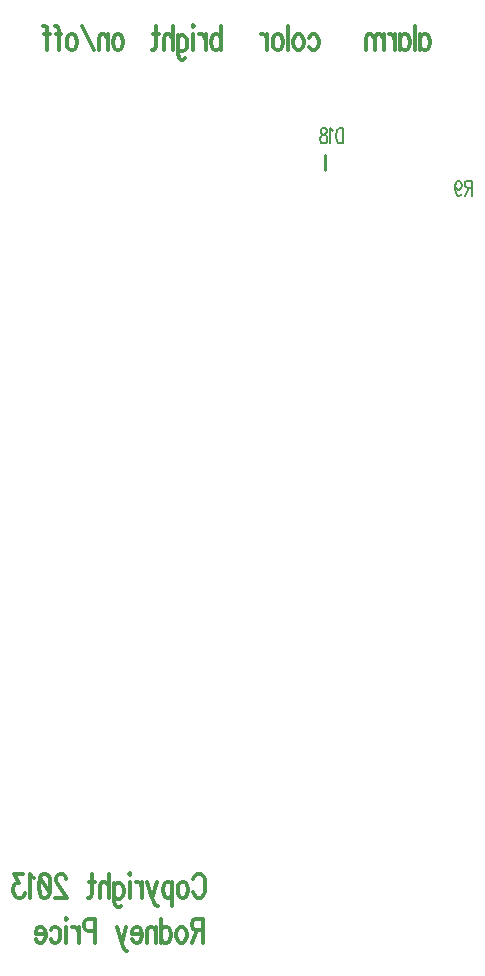
<source format=gbr>
G04 DipTrace 2.3.0.3*
%INBottomSilk.gbr*%
%MOIN*%
%ADD10C,0.0098*%
%ADD73C,0.0077*%
%ADD74C,0.0124*%
%FSLAX44Y44*%
G04*
G70*
G90*
G75*
G01*
%LNBotSilk*%
%LPD*%
X16813Y32193D2*
D10*
Y31681D1*
X16291Y36095D2*
D74*
X16344Y36171D1*
X16398Y36209D1*
X16478D1*
X16532Y36171D1*
X16585Y36095D1*
X16612Y35980D1*
Y35904D1*
X16585Y35789D1*
X16532Y35712D1*
X16478Y35674D1*
X16398D1*
X16344Y35712D1*
X16291Y35789D1*
X15984Y36209D2*
X16037Y36171D1*
X16091Y36095D1*
X16118Y35980D1*
Y35904D1*
X16091Y35789D1*
X16037Y35712D1*
X15984Y35674D1*
X15903D1*
X15850Y35712D1*
X15796Y35789D1*
X15769Y35904D1*
Y35980D1*
X15796Y36095D1*
X15850Y36171D1*
X15903Y36209D1*
X15984D1*
X15596Y36477D2*
Y35674D1*
X15290Y36209D2*
X15343Y36171D1*
X15397Y36095D1*
X15423Y35980D1*
Y35904D1*
X15397Y35789D1*
X15343Y35712D1*
X15290Y35674D1*
X15209D1*
X15155Y35712D1*
X15102Y35789D1*
X15075Y35904D1*
Y35980D1*
X15102Y36095D1*
X15155Y36171D1*
X15209Y36209D1*
X15290D1*
X14902D2*
Y35674D1*
Y35980D2*
X14875Y36095D1*
X14821Y36171D1*
X14767Y36209D1*
X14687D1*
X9963D2*
X10016Y36171D1*
X10070Y36095D1*
X10097Y35980D1*
Y35904D1*
X10070Y35789D1*
X10016Y35712D1*
X9963Y35674D1*
X9883D1*
X9829Y35712D1*
X9775Y35789D1*
X9748Y35904D1*
Y35980D1*
X9775Y36095D1*
X9829Y36171D1*
X9883Y36209D1*
X9963D1*
X9575D2*
Y35674D1*
Y36056D2*
X9495Y36171D1*
X9441Y36209D1*
X9361D1*
X9307Y36171D1*
X9281Y36056D1*
Y35674D1*
X9108D2*
X8733Y36477D1*
X8426Y36209D2*
X8479Y36171D1*
X8533Y36095D1*
X8560Y35980D1*
Y35904D1*
X8533Y35789D1*
X8479Y35712D1*
X8426Y35674D1*
X8346D1*
X8292Y35712D1*
X8238Y35789D1*
X8211Y35904D1*
Y35980D1*
X8238Y36095D1*
X8292Y36171D1*
X8346Y36209D1*
X8426D1*
X7824Y36477D2*
X7877D1*
X7931Y36439D1*
X7958Y36324D1*
Y35674D1*
X8038Y36209D2*
X7851D1*
X7437Y36477D2*
X7490D1*
X7544Y36439D1*
X7571Y36324D1*
Y35674D1*
X7651Y36209D2*
X7464D1*
X13347Y36477D2*
Y35674D1*
Y36095D2*
X13293Y36171D1*
X13240Y36209D1*
X13159D1*
X13106Y36171D1*
X13052Y36095D1*
X13025Y35980D1*
Y35904D1*
X13052Y35789D1*
X13106Y35712D1*
X13159Y35674D1*
X13240D1*
X13293Y35712D1*
X13347Y35789D1*
X12852Y36209D2*
Y35674D1*
Y35980D2*
X12825Y36095D1*
X12772Y36171D1*
X12718Y36209D1*
X12638D1*
X12465Y36477D2*
X12438Y36439D1*
X12411Y36477D1*
X12438Y36516D1*
X12465Y36477D1*
X12438Y36209D2*
Y35674D1*
X11917Y36171D2*
Y35559D1*
X11943Y35445D1*
X11970Y35406D1*
X12024Y35368D1*
X12104D1*
X12157Y35406D1*
X11917Y36056D2*
X11970Y36133D1*
X12024Y36171D1*
X12104D1*
X12157Y36133D1*
X12211Y36056D1*
X12238Y35942D1*
Y35865D1*
X12211Y35751D1*
X12157Y35674D1*
X12104Y35636D1*
X12024D1*
X11970Y35674D1*
X11917Y35751D1*
X11744Y36477D2*
Y35674D1*
Y36056D2*
X11663Y36171D1*
X11609Y36209D1*
X11529D1*
X11476Y36171D1*
X11449Y36056D1*
Y35674D1*
X11196Y36477D2*
Y35827D1*
X11169Y35712D1*
X11115Y35674D1*
X11062D1*
X11276Y36209D2*
X11089D1*
X20005D2*
Y35674D1*
Y36095D2*
X20058Y36171D1*
X20112Y36209D1*
X20192D1*
X20245Y36171D1*
X20299Y36095D1*
X20326Y35980D1*
Y35904D1*
X20299Y35789D1*
X20245Y35712D1*
X20192Y35674D1*
X20112D1*
X20058Y35712D1*
X20005Y35789D1*
X19832Y36477D2*
Y35674D1*
X19338Y36209D2*
Y35674D1*
Y36095D2*
X19391Y36171D1*
X19445Y36209D1*
X19525D1*
X19578Y36171D1*
X19632Y36095D1*
X19659Y35980D1*
Y35904D1*
X19632Y35789D1*
X19578Y35712D1*
X19525Y35674D1*
X19445D1*
X19391Y35712D1*
X19338Y35789D1*
X19165Y36209D2*
Y35674D1*
Y35980D2*
X19137Y36095D1*
X19084Y36171D1*
X19030Y36209D1*
X18950D1*
X18777D2*
Y35674D1*
Y36056D2*
X18696Y36171D1*
X18643Y36209D1*
X18563D1*
X18509Y36171D1*
X18482Y36056D1*
Y35674D1*
Y36056D2*
X18402Y36171D1*
X18348Y36209D1*
X18268D1*
X18214Y36171D1*
X18187Y36056D1*
Y35674D1*
X12434Y8036D2*
X12460Y8112D1*
X12514Y8189D1*
X12567Y8227D1*
X12675D1*
X12728Y8189D1*
X12782Y8112D1*
X12809Y8036D1*
X12835Y7921D1*
Y7730D1*
X12809Y7615D1*
X12782Y7539D1*
X12728Y7462D1*
X12675Y7424D1*
X12567D1*
X12514Y7462D1*
X12460Y7539D1*
X12434Y7615D1*
X12127Y7959D2*
X12180Y7921D1*
X12234Y7845D1*
X12261Y7730D1*
Y7654D1*
X12234Y7539D1*
X12180Y7462D1*
X12127Y7424D1*
X12047D1*
X11993Y7462D1*
X11940Y7539D1*
X11912Y7654D1*
Y7730D1*
X11940Y7845D1*
X11993Y7921D1*
X12047Y7959D1*
X12127D1*
X11739D2*
Y7156D1*
Y7845D2*
X11686Y7921D1*
X11632Y7959D1*
X11552D1*
X11498Y7921D1*
X11445Y7845D1*
X11418Y7730D1*
Y7653D1*
X11445Y7539D1*
X11498Y7462D1*
X11552Y7424D1*
X11632D1*
X11686Y7462D1*
X11739Y7539D1*
X11217Y7959D2*
X11057Y7424D1*
X11110Y7271D1*
X11164Y7194D1*
X11217Y7156D1*
X11245D1*
X10896Y7959D2*
X11057Y7424D1*
X10723Y7959D2*
Y7424D1*
Y7730D2*
X10696Y7845D1*
X10643Y7921D1*
X10589Y7959D1*
X10508D1*
X10335Y8227D2*
X10309Y8189D1*
X10282Y8227D1*
X10309Y8266D1*
X10335Y8227D1*
X10309Y7959D2*
Y7424D1*
X9787Y7921D2*
Y7309D1*
X9814Y7195D1*
X9841Y7156D1*
X9894Y7118D1*
X9975D1*
X10028Y7156D1*
X9787Y7806D2*
X9841Y7883D1*
X9894Y7921D1*
X9975D1*
X10028Y7883D1*
X10082Y7806D1*
X10109Y7692D1*
Y7615D1*
X10082Y7501D1*
X10028Y7424D1*
X9975Y7386D1*
X9894D1*
X9841Y7424D1*
X9787Y7501D1*
X9614Y8227D2*
Y7424D1*
Y7806D2*
X9534Y7921D1*
X9480Y7959D1*
X9400D1*
X9346Y7921D1*
X9320Y7806D1*
Y7424D1*
X9066Y8227D2*
Y7577D1*
X9040Y7462D1*
X8986Y7424D1*
X8933D1*
X9147Y7959D2*
X8959D1*
X8188Y8036D2*
Y8074D1*
X8162Y8150D1*
X8135Y8189D1*
X8081Y8227D1*
X7974D1*
X7921Y8189D1*
X7894Y8150D1*
X7867Y8074D1*
Y7998D1*
X7894Y7921D1*
X7947Y7806D1*
X8215Y7424D1*
X7840D1*
X7506Y8227D2*
X7587Y8189D1*
X7641Y8074D1*
X7667Y7883D1*
Y7768D1*
X7641Y7577D1*
X7587Y7462D1*
X7506Y7424D1*
X7453D1*
X7373Y7462D1*
X7320Y7577D1*
X7292Y7768D1*
Y7883D1*
X7320Y8074D1*
X7373Y8189D1*
X7453Y8227D1*
X7506D1*
X7320Y8074D2*
X7641Y7577D1*
X7119Y8074D2*
X7066Y8112D1*
X6985Y8227D1*
Y7424D1*
X6758Y8227D2*
X6464D1*
X6625Y7921D1*
X6544D1*
X6491Y7883D1*
X6464Y7845D1*
X6437Y7730D1*
Y7654D1*
X6464Y7539D1*
X6517Y7462D1*
X6598Y7424D1*
X6678D1*
X6758Y7462D1*
X6785Y7501D1*
X6812Y7577D1*
X12757Y6345D2*
X12516D1*
X12436Y6383D1*
X12408Y6421D1*
X12382Y6498D1*
Y6574D1*
X12408Y6650D1*
X12436Y6689D1*
X12516Y6727D1*
X12757D1*
Y5924D1*
X12569Y6345D2*
X12382Y5924D1*
X12075Y6459D2*
X12128Y6421D1*
X12182Y6345D1*
X12209Y6230D1*
Y6154D1*
X12182Y6039D1*
X12128Y5962D1*
X12075Y5924D1*
X11995D1*
X11941Y5962D1*
X11887Y6039D1*
X11860Y6154D1*
Y6230D1*
X11887Y6345D1*
X11941Y6421D1*
X11995Y6459D1*
X12075D1*
X11366Y6727D2*
Y5924D1*
Y6345D2*
X11419Y6421D1*
X11473Y6459D1*
X11554D1*
X11607Y6421D1*
X11661Y6345D1*
X11687Y6230D1*
Y6154D1*
X11661Y6039D1*
X11607Y5962D1*
X11554Y5924D1*
X11473D1*
X11419Y5962D1*
X11366Y6039D1*
X11193Y6459D2*
Y5924D1*
Y6306D2*
X11113Y6421D1*
X11059Y6459D1*
X10979D1*
X10925Y6421D1*
X10898Y6306D1*
Y5924D1*
X10726Y6230D2*
X10404D1*
Y6306D1*
X10431Y6383D1*
X10458Y6421D1*
X10511Y6459D1*
X10592D1*
X10645Y6421D1*
X10699Y6345D1*
X10726Y6230D1*
Y6154D1*
X10699Y6039D1*
X10645Y5962D1*
X10592Y5924D1*
X10511D1*
X10458Y5962D1*
X10404Y6039D1*
X10204Y6459D2*
X10044Y5924D1*
X10097Y5771D1*
X10151Y5694D1*
X10204Y5656D1*
X10231D1*
X9883Y6459D2*
X10044Y5924D1*
X9166Y6306D2*
X8924D1*
X8844Y6345D1*
X8817Y6383D1*
X8791Y6459D1*
Y6574D1*
X8817Y6650D1*
X8844Y6689D1*
X8924Y6727D1*
X9166D1*
Y5924D1*
X8618Y6459D2*
Y5924D1*
Y6230D2*
X8590Y6345D1*
X8537Y6421D1*
X8483Y6459D1*
X8403D1*
X8230Y6727D2*
X8203Y6689D1*
X8176Y6727D1*
X8203Y6766D1*
X8230Y6727D1*
X8203Y6459D2*
Y5924D1*
X7681Y6345D2*
X7735Y6421D1*
X7789Y6459D1*
X7869D1*
X7923Y6421D1*
X7976Y6345D1*
X8003Y6230D1*
Y6154D1*
X7976Y6039D1*
X7923Y5962D1*
X7869Y5924D1*
X7789D1*
X7735Y5962D1*
X7681Y6039D1*
X7508Y6230D2*
X7187D1*
Y6306D1*
X7214Y6383D1*
X7240Y6421D1*
X7294Y6459D1*
X7375D1*
X7428Y6421D1*
X7482Y6345D1*
X7508Y6230D1*
Y6154D1*
X7482Y6039D1*
X7428Y5962D1*
X7375Y5924D1*
X7294D1*
X7240Y5962D1*
X7187Y6039D1*
X17432Y33079D2*
D73*
Y32577D1*
X17315D1*
X17265Y32601D1*
X17231Y32649D1*
X17215Y32697D1*
X17198Y32768D1*
Y32888D1*
X17215Y32960D1*
X17231Y33007D1*
X17265Y33055D1*
X17315Y33079D1*
X17432D1*
X17090Y32983D2*
X17056Y33007D1*
X17006Y33079D1*
Y32577D1*
X16814Y33079D2*
X16864Y33055D1*
X16881Y33007D1*
Y32959D1*
X16864Y32912D1*
X16831Y32887D1*
X16764Y32864D1*
X16714Y32840D1*
X16680Y32792D1*
X16664Y32744D1*
Y32672D1*
X16680Y32625D1*
X16697Y32601D1*
X16747Y32577D1*
X16814D1*
X16864Y32601D1*
X16881Y32625D1*
X16898Y32672D1*
Y32744D1*
X16881Y32792D1*
X16848Y32840D1*
X16798Y32864D1*
X16731Y32887D1*
X16697Y32912D1*
X16680Y32959D1*
Y33007D1*
X16697Y33055D1*
X16747Y33079D1*
X16814D1*
X21724Y31090D2*
X21574D1*
X21523Y31114D1*
X21506Y31138D1*
X21490Y31185D1*
Y31234D1*
X21506Y31281D1*
X21523Y31305D1*
X21574Y31329D1*
X21724D1*
Y30827D1*
X21607Y31090D2*
X21490Y30827D1*
X21164Y31162D2*
X21181Y31090D1*
X21214Y31042D1*
X21264Y31018D1*
X21281D1*
X21331Y31042D1*
X21365Y31090D1*
X21382Y31162D1*
Y31185D1*
X21365Y31257D1*
X21331Y31305D1*
X21281Y31329D1*
X21264D1*
X21214Y31305D1*
X21181Y31257D1*
X21164Y31162D1*
Y31042D1*
X21181Y30922D1*
X21214Y30851D1*
X21264Y30827D1*
X21298D1*
X21348Y30851D1*
X21365Y30899D1*
M02*

</source>
